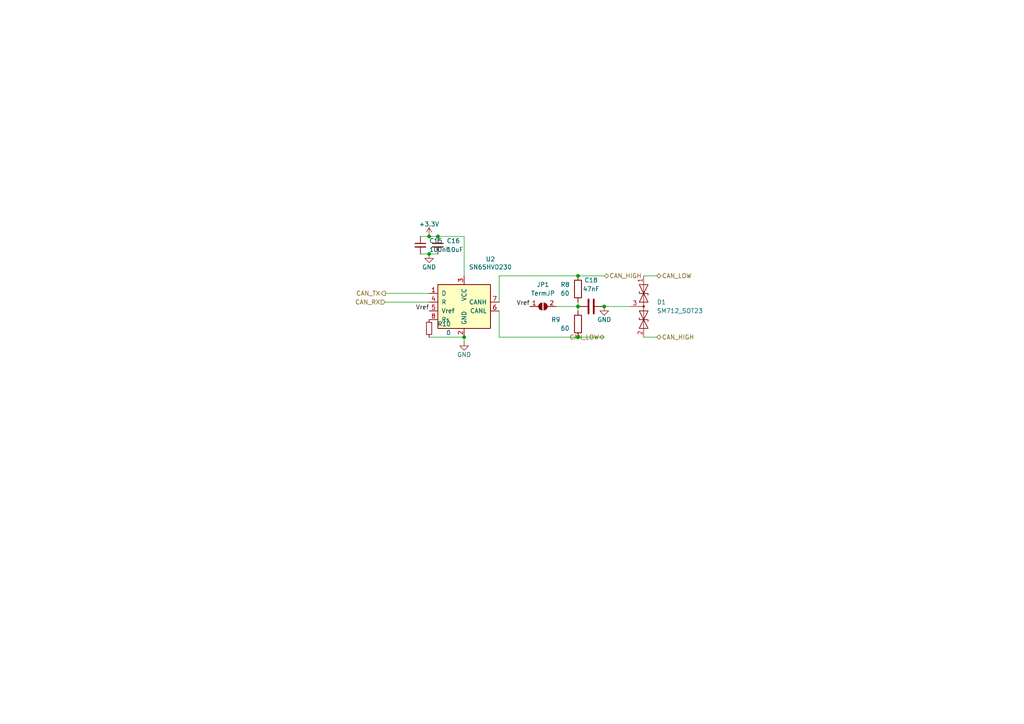
<source format=kicad_sch>
(kicad_sch (version 20230121) (generator eeschema)
  (paper "A4")
  (lib_symbols
    (symbol "Device:C" (pin_numbers hide) (pin_names (offset 0.254))
      (property "Reference" "C" (at 0.635 2.54 0))
      (property "Value" "C" (at 0.635 -2.54 0))
      (symbol "C_0_1"
        (polyline (pts (xy -2.032 -0.762) (xy 2.032 -0.762)) (stroke (width 0.508)))
        (polyline (pts (xy -2.032 0.762) (xy 2.032 0.762)) (stroke (width 0.508)))
      )
      (symbol "C_1_1"
        (pin passive line (at 0 3.81 270) (length 2.794) (name "~") (number "1"))
        (pin passive line (at 0 -3.81 90) (length 2.794) (name "~") (number "2"))
      )
    )
    (symbol "Device:C_Small" (pin_numbers hide) (pin_names (offset 0.254) hide)
      (property "Reference" "C" (at 0.254 1.778 0))
      (property "Value" "C_Small" (at 0.254 -2.032 0))
      (symbol "C_Small_0_1"
        (polyline (pts (xy -1.524 -0.508) (xy 1.524 -0.508)) (stroke (width 0.3302)))
        (polyline (pts (xy -1.524 0.508) (xy 1.524 0.508)) (stroke (width 0.3048)))
      )
      (symbol "C_Small_1_1"
        (pin passive line (at 0 2.54 270) (length 2.032) (name "~") (number "1"))
        (pin passive line (at 0 -2.54 90) (length 2.032) (name "~") (number "2"))
      )
    )
    (symbol "Device:R" (pin_numbers hide) (pin_names (offset 0))
      (property "Reference" "R" (at 2.032 0 90))
      (property "Value" "R" (at 0 0 90))
      (symbol "R_0_1"
        (rectangle (start -1.016 -2.54) (end 1.016 2.54) (stroke (width 0.254)))
      )
      (symbol "R_1_1"
        (pin passive line (at 0 3.81 270) (length 1.27) (name "~") (number "1"))
        (pin passive line (at 0 -3.81 90) (length 1.27) (name "~") (number "2"))
      )
    )
    (symbol "Device:R_Small" (pin_numbers hide) (pin_names (offset 0.254) hide)
      (property "Reference" "R" (at 0.762 0.508 0))
      (property "Value" "R_Small" (at 0.762 -1.016 0))
      (symbol "R_Small_0_1"
        (rectangle (start -0.762 1.778) (end 0.762 -1.778) (stroke (width 0.2032)))
      )
      (symbol "R_Small_1_1"
        (pin passive line (at 0 2.54 270) (length 0.762) (name "~") (number "1"))
        (pin passive line (at 0 -2.54 90) (length 0.762) (name "~") (number "2"))
      )
    )
    (symbol "Diode:SM712_SOT23" (pin_names (offset 1.016) hide)
      (property "Reference" "D" (at 0 4.445 0))
      (property "Value" "SM712_SOT23" (at 0 2.54 0))
      (symbol "SM712_SOT23_0_0"
        (polyline (pts (xy 0 -1.27) (xy 0 0)))
      )
      (symbol "SM712_SOT23_0_1"
        (polyline (pts (xy -6.35 0) (xy 6.35 0)))
        (polyline (pts (xy -3.302 1.27) (xy -3.81 1.27) (xy -3.81 -1.27) (xy -4.318 -1.27)) (stroke (width 0.2032)))
        (polyline (pts (xy 4.318 1.27) (xy 3.81 1.27) (xy 3.81 -1.27) (xy 3.302 -1.27)) (stroke (width 0.2032)))
        (polyline (pts (xy -6.35 -1.27) (xy -1.27 1.27) (xy -1.27 -1.27) (xy -6.35 1.27) (xy -6.35 -1.27)) (stroke (width 0.2032)))
        (polyline (pts (xy 1.27 -1.27) (xy 1.27 1.27) (xy 6.35 -1.27) (xy 6.35 1.27) (xy 1.27 -1.27)) (stroke (width 0.2032)))
        (circle (center 0 0) (radius 0.254) (fill (type outline)))
      )
      (symbol "SM712_SOT23_1_1"
        (pin passive line (at -8.89 0 0) (length 2.54) (name "A1") (number "1"))
        (pin passive line (at 8.89 0 180) (length 2.54) (name "A2") (number "2"))
        (pin input line (at 0 -3.81 90) (length 2.54) (name "common") (number "3"))
      )
    )
    (symbol "Interface_CAN_LIN:SN65HVD230" (pin_names (offset 1.016))
      (property "Reference" "U" (at -2.54 10.16 0))
      (property "Value" "SN65HVD230" (at -2.54 7.62 0))
      (symbol "SN65HVD230_0_1"
        (rectangle (start -7.62 5.08) (end 7.62 -7.62) (stroke (width 0.254)) (fill (type background)))
      )
      (symbol "SN65HVD230_1_1"
        (pin input line (at -10.16 2.54 0) (length 2.54) (name "D") (number "1"))
        (pin power_in line (at 0 -10.16 90) (length 2.54) (name "GND") (number "2"))
        (pin power_in line (at 0 7.62 270) (length 2.54) (name "VCC") (number "3"))
        (pin output line (at -10.16 0 0) (length 2.54) (name "R") (number "4"))
        (pin output line (at -10.16 -2.54 0) (length 2.54) (name "Vref") (number "5"))
        (pin bidirectional line (at 10.16 -2.54 180) (length 2.54) (name "CANL") (number "6"))
        (pin bidirectional line (at 10.16 0 180) (length 2.54) (name "CANH") (number "7"))
        (pin input line (at -10.16 -5.08 0) (length 2.54) (name "Rs") (number "8"))
      )
    )
    (symbol "Jumper:SolderJumper_2_Open" (pin_names (offset 0) hide)
      (property "Reference" "JP" (at 0 2.032 0))
      (property "Value" "SolderJumper_2_Open" (at 0 -2.54 0))
      (symbol "SolderJumper_2_Open_0_1"
        (arc (start -0.254 1.016) (mid -1.2656 0) (end -0.254 -1.016))
        (arc (start -0.254 1.016) (mid -1.2656 0) (end -0.254 -1.016) (fill (type outline)))
        (polyline (pts (xy -0.254 1.016) (xy -0.254 -1.016)))
        (polyline (pts (xy 0.254 1.016) (xy 0.254 -1.016)))
        (arc (start 0.254 -1.016) (mid 1.2656 0) (end 0.254 1.016))
        (arc (start 0.254 -1.016) (mid 1.2656 0) (end 0.254 1.016) (fill (type outline)))
      )
      (symbol "SolderJumper_2_Open_1_1"
        (pin passive line (at -3.81 0 0) (length 2.54) (name "A") (number "1"))
        (pin passive line (at 3.81 0 180) (length 2.54) (name "B") (number "2"))
      )
    )
    (symbol "power:+3.3V" (power) (pin_names (offset 0))
      (property "Value" "+3.3V" (at 0 3.556 0))
      (symbol "+3.3V_0_1"
        (polyline (pts (xy -0.762 1.27) (xy 0 2.54)))
        (polyline (pts (xy 0 0) (xy 0 2.54)))
        (polyline (pts (xy 0 2.54) (xy 0.762 1.27)))
      )
      (symbol "+3.3V_1_1"
        (pin power_in line (at 0 0 90) (length 0) hide (name "+3.3V") (number "1"))
      )
    )
    (symbol "power:GND" (power) (pin_names (offset 0))
      (property "Value" "GND" (at 0 -3.81 0))
      (symbol "GND_0_1"
        (polyline (pts (xy 0 0) (xy 0 -1.27) (xy 1.27 -1.27) (xy 0 -2.54) (xy -1.27 -1.27) (xy 0 -1.27)))
      )
      (symbol "GND_1_1"
        (pin power_in line (at 0 0 270) (length 0) hide (name "GND") (number "1"))
      )
    )
  )
  (junction (at 124.46 73.66))
  (junction (at 167.64 88.9))
  (junction (at 124.46 68.58))
  (junction (at 167.64 80.01))
  (junction (at 175.26 88.9))
  (junction (at 167.64 97.79))
  (junction (at 127 68.58))
  (junction (at 134.62 97.79))
  (wire (pts (xy 186.69 97.79) (xy 190.5 97.79)))
  (wire (pts (xy 134.62 68.58) (xy 134.62 80.01)))
  (wire (pts (xy 121.92 73.66) (xy 124.46 73.66)))
  (wire (pts (xy 144.78 90.17) (xy 144.78 97.79)))
  (wire (pts (xy 124.46 68.58) (xy 127 68.58)))
  (wire (pts (xy 175.26 88.9) (xy 182.88 88.9)))
  (wire (pts (xy 111.76 87.63) (xy 124.46 87.63)))
  (wire (pts (xy 167.64 97.79) (xy 175.26 97.79)))
  (wire (pts (xy 124.46 73.66) (xy 127 73.66)))
  (wire (pts (xy 167.64 88.9) (xy 167.64 90.17)))
  (wire (pts (xy 186.69 80.01) (xy 190.5 80.01)))
  (wire (pts (xy 111.76 85.09) (xy 124.46 85.09)))
  (wire (pts (xy 144.78 97.79) (xy 167.64 97.79)))
  (wire (pts (xy 167.64 87.63) (xy 167.64 88.9)))
  (wire (pts (xy 161.29 88.9) (xy 167.64 88.9)))
  (wire (pts (xy 124.46 97.79) (xy 134.62 97.79)))
  (wire (pts (xy 127 68.58) (xy 134.62 68.58)))
  (wire (pts (xy 121.92 68.58) (xy 124.46 68.58)))
  (wire (pts (xy 167.64 80.01) (xy 175.26 80.01)))
  (wire (pts (xy 134.62 99.06) (xy 134.62 97.79)))
  (wire (pts (xy 144.78 87.63) (xy 144.78 80.01)))
  (wire (pts (xy 144.78 80.01) (xy 167.64 80.01)))
  (label "Vref" (at 124.46 90.17 180))
  (label "Vref" (at 153.67 88.9 180))
  (hierarchical_label "CAN_RX" (shape input) (at 111.76 87.63 180))
  (hierarchical_label "CAN_HIGH" (shape bidirectional) (at 175.26 80.01 0))
  (hierarchical_label "CAN_TX" (shape output) (at 111.76 85.09 180))
  (hierarchical_label "CAN_HIGH" (shape bidirectional) (at 190.5 97.79 0))
  (hierarchical_label "CAN_LOW" (shape bidirectional) (at 190.5 80.01 0))
  (hierarchical_label "CAN_LOW" (shape bidirectional) (at 175.26 97.79 180))
  (symbol (lib_id "power:GND") (at 134.62 99.06 0) (unit 1)
    (property "Reference" "#PWR027" (effects hide))
    (property "Value" "GND" (at 134.62 102.87 0))
  )
  (symbol (lib_id "power:+3.3V") (at 124.46 68.58 0) (unit 1)
    (property "Reference" "#PWR024" (effects hide))
    (property "Value" "+3.3V" (at 124.46 65.024 0))
  )
  (symbol (lib_id "Interface_CAN_LIN:SN65HVD230") (at 134.62 87.63 0) (unit 1)
    (property "Reference" "U2" (at 142.24 75.1586 0))
    (property "Value" "SN65HVD230" (at 142.24 77.47 0))
    (property "Footprint" "Package_SO:SOIC-8_3.9x4.9mm_P1.27mm" (effects hide))
    (property "Datasheet" "http://www.ti.com/lit/ds/symlink/sn65hvd230.pdf" (effects hide))
  )
  (symbol (lib_id "Device:C_Small") (at 127 71.12 0) (unit 1)
    (property "Reference" "C16" (at 129.54 69.8562 0) (effects (justify left)))
    (property "Value" "10uF" (at 129.54 72.3962 0) (effects (justify left)))
    (property "Footprint" "Capacitor_SMD:C_0402_1005Metric" (effects hide))
  )
  (symbol (lib_id "Diode:SM712_SOT23") (at 186.69 88.9 270) (unit 1)
    (property "Reference" "D1" (at 190.5 87.63 90) (effects (justify left)))
    (property "Value" "SM712_SOT23" (at 190.5 90.17 90) (effects (justify left)))
    (property "Footprint" "Package_TO_SOT_SMD:SOT-23" (effects hide))
    (property "Datasheet" "https://www.littelfuse.com/~/media/electronics/datasheets/tvs_diode_arrays/littelfuse_tvs_diode_array_sm712_datasheet.pdf.pdf" (effects hide))
  )
  (symbol (lib_id "power:GND") (at 175.26 88.9 0) (unit 1)
    (property "Reference" "#PWR026" (effects hide))
    (property "Value" "GND" (at 175.26 92.71 0))
  )
  (symbol (lib_id "Device:C_Small") (at 121.92 71.12 0) (unit 1)
    (property "Reference" "C15" (at 124.46 69.8562 0) (effects (justify left)))
    (property "Value" "100nF" (at 124.46 72.3962 0) (effects (justify left)))
    (property "Footprint" "Capacitor_SMD:C_0402_1005Metric" (effects hide))
  )
  (symbol (lib_id "Device:R_Small") (at 124.46 95.25 0) (mirror y) (unit 1)
    (property "Reference" "R10" (at 130.81 93.98 0) (effects (justify left)))
    (property "Value" "0" (at 130.81 96.52 0) (effects (justify left)))
    (property "Footprint" "Resistor_SMD:R_0603_1608Metric" (effects hide))
  )
  (symbol (lib_id "Device:R") (at 167.64 93.98 0) (unit 1)
    (property "Reference" "R9" (at 162.56 92.71 0) (effects (justify right)))
    (property "Value" "60" (at 162.56 95.25 0) (effects (justify left)))
    (property "Footprint" "Resistor_SMD:R_0603_1608Metric" (effects hide))
  )
  (symbol (lib_id "Device:R") (at 167.64 83.82 0) (unit 1)
    (property "Reference" "R8" (at 162.56 82.55 0) (effects (justify left)))
    (property "Value" "60" (at 162.56 85.09 0) (effects (justify left)))
    (property "Footprint" "Resistor_SMD:R_0603_1608Metric" (effects hide))
  )
  (symbol (lib_id "Device:C") (at 171.45 88.9 90) (unit 1)
    (property "Reference" "C18" (at 171.45 81.28 90))
    (property "Value" "47nF" (at 171.45 83.82 90))
    (property "Footprint" "Capacitor_SMD:C_0402_1005Metric" (effects hide))
  )
  (symbol (lib_id "power:GND") (at 124.46 73.66 0) (unit 1)
    (property "Reference" "#PWR025" (effects hide))
    (property "Value" "GND" (at 124.46 77.47 0))
  )
  (symbol (lib_id "Jumper:SolderJumper_2_Open") (at 157.48 88.9 0) (unit 1)
    (property "Reference" "JP1" (at 157.48 82.55 0))
    (property "Value" "TermJP" (at 157.48 85.09 0))
    (property "Footprint" "Jumper:SolderJumper-2_P1.3mm_Open_RoundedPad1.0x1.5mm" (effects hide))
  )
)
</source>
